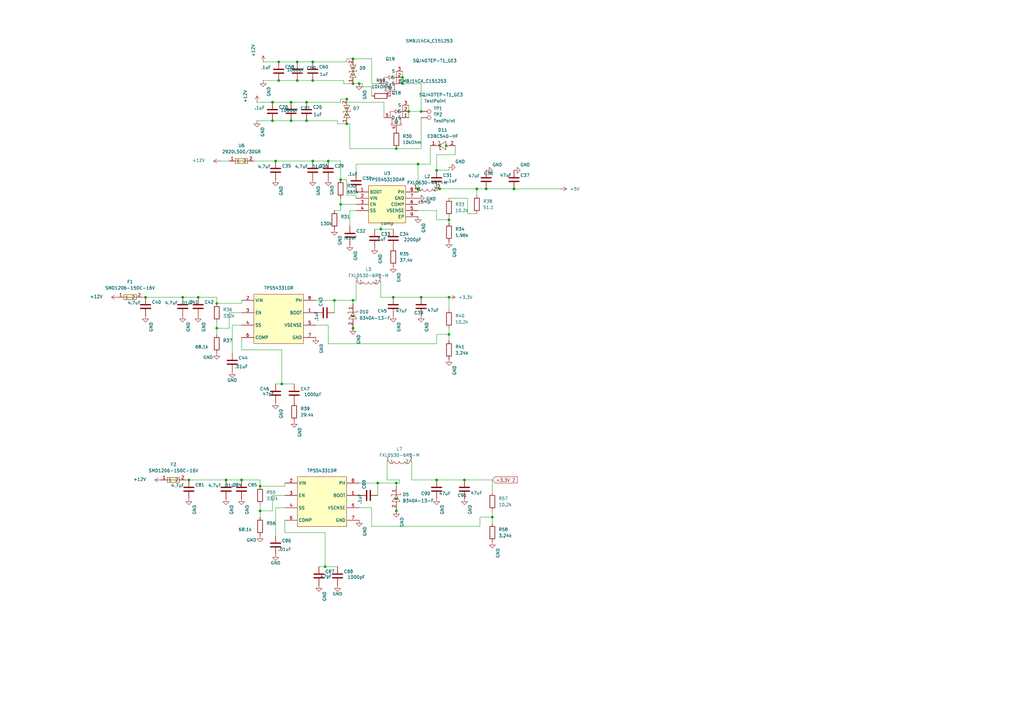
<source format=kicad_sch>
(kicad_sch (version 20250114) (generator "eeschema") (generator_version "9.0")
  (paper "A3")
  (lib_symbols
    (symbol "Connector:TestPoint" (pin_numbers (hide yes)) (pin_names (offset 0.762) (hide yes))
      (property "Reference" "TP" (at 0 6.858 0))
      (property "Value" "TestPoint" (at 0 5.08 0))
      (symbol "TestPoint_1_1"
        (pin passive line (at 0 0 90) (length 2.54) (name "1") (number "1"))
      )
    )
    (symbol "Device:C" (pin_numbers (hide yes)) (pin_names (offset 0.254))
      (property "Reference" "C" (at 0.635 2.54 0))
      (property "Value" "C" (at 0.635 -2.54 0))
      (symbol "C_1_1"
        (pin passive line (at 0 3.81 270) (length 2.794) (name "~") (number "1"))
        (pin passive line (at 0 -3.81 90) (length 2.794) (name "~") (number "2"))
      )
    )
    (symbol "Device:R" (pin_numbers (hide yes)) (pin_names (offset 0))
      (property "Reference" "R" (at 2.032 0 90))
      (property "Value" "R" (at 0 0 90))
      (symbol "R_1_1"
        (pin passive line (at 0 3.81 270) (length 1.27) (name "~") (number "1"))
        (pin passive line (at 0 -3.81 90) (length 1.27) (name "~") (number "2"))
      )
    )
    (symbol "easyeda2kicad:2920L500_30GR"
      (property "Reference" "U" (at 0 5.08 0))
      (property "Value" "2920L500/30GR" (at 0 -5.08 0))
      (symbol "2920L500_30GR_0_1"
        (pin unspecified line (at -5.08 0 0) (length 2.54) (name "1") (number "1"))
        (pin unspecified line (at 5.08 0 180) (length 2.54) (name "2") (number "2"))
      )
    )
    (symbol "easyeda2kicad:B340A-13-F"
      (property "Reference" "D" (at 0 5.08 0))
      (property "Value" "B340A-13-F" (at 0 -5.08 0))
      (symbol "B340A-13-F_0_1"
        (pin unspecified line (at -5.08 0 0) (length 3.81) (name "K") (number "1"))
        (pin unspecified line (at 5.08 0 180) (length 3.81) (name "A") (number "2"))
      )
    )
    (symbol "easyeda2kicad:CDBC540-HF"
      (property "Reference" "D" (at 0 5.08 0))
      (property "Value" "CDBC540-HF" (at 0 -5.08 0))
      (symbol "CDBC540-HF_0_1"
        (pin unspecified line (at -6.35 0 0) (length 2.54) (name "K") (number "1"))
        (pin unspecified line (at 3.81 0 180) (length 2.54) (name "A") (number "2"))
      )
    )
    (symbol "easyeda2kicad:FXL0530-6R8-M"
      (property "Reference" "L" (at 0 5.08 0))
      (property "Value" "FXL0530-6R8-M" (at 0 -5.08 0))
      (symbol "FXL0530-6R8-M_0_1"
        (pin unspecified line (at -5.08 0 0) (length 0.762) (name "1") (number "1"))
        (pin unspecified line (at 5.08 0 180) (length 0.762) (name "2") (number "2"))
      )
    )
    (symbol "easyeda2kicad:FXL0630-4R7-M"
      (property "Reference" "L" (at 0 5.08 0))
      (property "Value" "FXL0630-4R7-M" (at 0 -5.08 0))
      (symbol "FXL0630-4R7-M_0_1"
        (pin unspecified line (at -5.08 0 0) (length 0.762) (name "1") (number "1"))
        (pin unspecified line (at 5.08 0 180) (length 0.762) (name "2") (number "2"))
      )
    )
    (symbol "easyeda2kicad:SMBJ14CA_C151253"
      (property "Reference" "D" (at 0 5.08 0))
      (property "Value" "SMBJ14CA_C151253" (at 0 -5.08 0))
      (symbol "SMBJ14CA_C151253_0_1"
        (pin unspecified line (at -5.08 0 0) (length 2.54) (name "K") (number "1"))
        (pin unspecified line (at 5.08 0 180) (length 2.54) (name "A") (number "2"))
      )
    )
    (symbol "easyeda2kicad:SMD1206-150C-16V"
      (property "Reference" "F" (at 0 5.08 0))
      (property "Value" "SMD1206-150C-16V" (at 0 -5.08 0))
      (symbol "SMD1206-150C-16V_0_1"
        (pin unspecified line (at -5.08 0 0) (length 2.54) (name "1") (number "1"))
        (pin unspecified line (at 5.08 0 180) (length 2.54) (name "2") (number "2"))
      )
    )
    (symbol "easyeda2kicad:SQJ407EP-T1_GE3"
      (property "Reference" "Q" (at 0 10.16 0))
      (property "Value" "SQJ407EP-T1_GE3" (at 0 -10.16 0))
      (symbol "SQJ407EP-T1_GE3_0_1"
        (pin unspecified line (at -5.08 0 0) (length 2.032) (name "G") (number "4"))
        (pin unspecified line (at 0 5.08 270) (length 2.54) (name "D") (number "5"))
        (pin unspecified line (at 0 -5.08 90) (length 2.54) (name "S") (number "1"))
        (pin unspecified line (at 2.54 -5.08 90) (length 2.54) (name "S") (number "2"))
        (pin unspecified line (at 5.08 -5.08 90) (length 2.54) (name "S") (number "3"))
      )
    )
    (symbol "easyeda2kicad:TPS54331DR"
      (property "Reference" "U" (at 0 12.7 0))
      (property "Value" "TPS54331DR" (at 0 -12.7 0))
      (symbol "TPS54331DR_0_1"
        (pin power_in line (at -15.24 7.62 0) (length 5.08) (name "VIN") (number "2"))
        (pin unspecified line (at -15.24 2.54 0) (length 5.08) (name "EN") (number "3"))
        (pin unspecified line (at -15.24 -2.54 0) (length 5.08) (name "SS") (number "4"))
        (pin unspecified line (at -15.24 -7.62 0) (length 5.08) (name "COMP") (number "6"))
        (pin power_in line (at 15.24 7.62 180) (length 5.08) (name "PH") (number "8"))
        (pin unspecified line (at 15.24 2.54 180) (length 5.08) (name "BOOT") (number "1"))
        (pin unspecified line (at 15.24 -2.54 180) (length 5.08) (name "VSENSE") (number "5"))
        (pin power_in line (at 15.24 -7.62 180) (length 5.08) (name "GND") (number "7"))
      )
    )
    (symbol "easyeda2kicad:TPS54531DDAR"
      (property "Reference" "U" (at 0 10.16 0))
      (property "Value" "TPS54531DDAR" (at 0 -10.16 0))
      (symbol "TPS54531DDAR_0_1"
        (pin unspecified line (at -12.7 5.08 0) (length 5.08) (name "BOOT") (number "1"))
        (pin unspecified line (at -12.7 2.54 0) (length 5.08) (name "VIN") (number "2"))
        (pin unspecified line (at -12.7 0 0) (length 5.08) (name "EN") (number "3"))
        (pin unspecified line (at -12.7 -2.54 0) (length 5.08) (name "SS") (number "4"))
        (pin unspecified line (at 12.7 5.08 180) (length 5.08) (name "PH") (number "8"))
        (pin unspecified line (at 12.7 2.54 180) (length 5.08) (name "GND") (number "7"))
        (pin unspecified line (at 12.7 0 180) (length 5.08) (name "COMP") (number "6"))
        (pin unspecified line (at 12.7 -2.54 180) (length 5.08) (name "VSENSE") (number "5"))
        (pin unspecified line (at 12.7 -5.08 180) (length 5.08) (name "EP") (number "9"))
      )
    )
    (symbol "power:+12V" (power) (pin_numbers (hide yes)) (pin_names (offset 0) (hide yes))
      (property "Value" "+12V" (at 0 3.556 0))
      (symbol "+12V_1_1"
        (pin power_in line (at 0 0 90) (length 0) (name "~") (number "1"))
      )
    )
    (symbol "power:+3.3V" (power) (pin_numbers (hide yes)) (pin_names (offset 0) (hide yes))
      (property "Value" "+3.3V" (at 0 3.556 0))
      (symbol "+3.3V_1_1"
        (pin power_in line (at 0 0 90) (length 0) (name "~") (number "1"))
      )
    )
    (symbol "power:+5V" (power) (pin_numbers (hide yes)) (pin_names (offset 0) (hide yes))
      (property "Value" "+5V" (at 0 3.556 0))
      (symbol "+5V_1_1"
        (pin power_in line (at 0 0 90) (length 0) (name "~") (number "1"))
      )
    )
    (symbol "power:GND" (power) (pin_numbers (hide yes)) (pin_names (offset 0) (hide yes))
      (property "Value" "GND" (at 0 -3.81 0))
      (symbol "GND_1_1"
        (pin power_in line (at 0 0 270) (length 0) (name "~") (number "1"))
      )
    )
  )
  (junction (at 162.56 60.96))
  (junction (at 184.15 121.92))
  (junction (at 139.7 83.82))
  (junction (at 144.78 123.19))
  (junction (at 99.06 196.85))
  (junction (at 114.3 25.4))
  (junction (at 179.07 196.85))
  (junction (at 201.93 212.09))
  (junction (at 114.3 33.02))
  (junction (at 154.94 198.12))
  (junction (at 184.15 90.17))
  (junction (at 165.1 31.75))
  (junction (at 184.15 137.16))
  (junction (at 139.7 73.66))
  (junction (at 92.71 196.85))
  (junction (at 172.72 45.72))
  (junction (at 125.73 41.91))
  (junction (at 88.9 124.46))
  (junction (at 133.35 232.41))
  (junction (at 199.39 77.47))
  (junction (at 144.78 134.62))
  (junction (at 115.57 157.48))
  (junction (at 162.56 209.55))
  (junction (at 134.62 66.04))
  (junction (at 162.56 198.12))
  (junction (at 142.24 40.64))
  (junction (at 167.64 45.72))
  (junction (at 144.78 34.29))
  (junction (at 179.07 69.85))
  (junction (at 165.1 34.29))
  (junction (at 119.38 41.91))
  (junction (at 125.73 49.53))
  (junction (at 113.03 66.04))
  (junction (at 171.45 67.31))
  (junction (at 121.92 25.4))
  (junction (at 190.5 196.85))
  (junction (at 111.76 49.53))
  (junction (at 88.9 134.62))
  (junction (at 137.16 123.19))
  (junction (at 119.38 49.53))
  (junction (at 142.24 50.8))
  (junction (at 156.21 93.98))
  (junction (at 81.28 121.92))
  (junction (at 171.45 77.47))
  (junction (at 128.27 33.02))
  (junction (at 59.69 121.92))
  (junction (at 180.34 77.47))
  (junction (at 77.47 196.85))
  (junction (at 106.68 209.55))
  (junction (at 210.82 77.47))
  (junction (at 74.93 121.92))
  (junction (at 195.58 77.47))
  (junction (at 121.92 33.02))
  (junction (at 144.78 24.13))
  (junction (at 106.68 199.39))
  (junction (at 111.76 41.91))
  (junction (at 161.29 121.92))
  (junction (at 128.27 66.04))
  (junction (at 128.27 25.4))
  (junction (at 147.32 34.29))
  (junction (at 172.72 121.92))
  (wire (pts (xy 170.18 77.47) (xy 171.45 77.47)))
  (wire (pts (xy 143.51 50.8) (xy 142.24 50.8)))
  (wire (pts (xy 143.51 60.96) (xy 143.51 50.8)))
  (wire (pts (xy 106.68 199.39) (xy 116.84 199.39)))
  (wire (pts (xy 147.32 208.28) (xy 152.4 208.28)))
  (wire (pts (xy 144.78 135.89) (xy 144.78 134.62)))
  (wire (pts (xy 125.73 49.53) (xy 138.43 49.53)))
  (wire (pts (xy 146.05 80.01) (xy 142.24 80.01)))
  (wire (pts (xy 130.81 232.41) (xy 133.35 232.41)))
  (wire (pts (xy 142.24 24.13) (xy 144.78 24.13)))
  (wire (pts (xy 184.15 134.62) (xy 184.15 137.16)))
  (wire (pts (xy 88.9 134.62) (xy 88.9 137.16)))
  (wire (pts (xy 107.95 25.4) (xy 114.3 25.4)))
  (wire (pts (xy 113.03 208.28) (xy 116.84 208.28)))
  (wire (pts (xy 93.98 66.04) (xy 90.17 66.04)))
  (wire (pts (xy 157.48 48.26) (xy 157.48 41.91)))
  (wire (pts (xy 139.7 86.36) (xy 137.16 86.36)))
  (wire (pts (xy 77.47 196.85) (xy 92.71 196.85)))
  (wire (pts (xy 201.93 196.85) (xy 190.5 196.85)))
  (wire (pts (xy 139.7 40.64) (xy 142.24 40.64)))
  (wire (pts (xy 99.06 124.46) (xy 99.06 123.19)))
  (wire (pts (xy 184.15 137.16) (xy 184.15 139.7)))
  (wire (pts (xy 99.06 196.85) (xy 106.68 196.85)))
  (wire (pts (xy 179.07 77.47) (xy 180.34 77.47)))
  (wire (pts (xy 140.97 33.02) (xy 140.97 34.29)))
  (wire (pts (xy 142.24 73.66) (xy 142.24 80.01)))
  (wire (pts (xy 139.7 83.82) (xy 139.7 86.36)))
  (wire (pts (xy 179.07 137.16) (xy 184.15 137.16)))
  (wire (pts (xy 162.56 210.82) (xy 162.56 209.55)))
  (wire (pts (xy 128.27 66.04) (xy 134.62 66.04)))
  (wire (pts (xy 74.93 121.92) (xy 81.28 121.92)))
  (wire (pts (xy 121.92 25.4) (xy 128.27 25.4)))
  (wire (pts (xy 58.42 121.92) (xy 59.69 121.92)))
  (wire (pts (xy 152.4 35.56) (xy 148.59 35.56)))
  (wire (pts (xy 171.45 86.36) (xy 179.07 86.36)))
  (wire (pts (xy 113.03 208.28) (xy 113.03 219.71)))
  (wire (pts (xy 128.27 25.4) (xy 142.24 25.4)))
  (wire (pts (xy 144.78 34.29) (xy 147.32 34.29)))
  (wire (pts (xy 133.35 218.44) (xy 116.84 218.44)))
  (wire (pts (xy 143.51 92.71) (xy 143.51 86.36)))
  (wire (pts (xy 143.51 86.36) (xy 146.05 86.36)))
  (wire (pts (xy 111.76 209.55) (xy 111.76 203.2)))
  (wire (pts (xy 105.41 49.53) (xy 111.76 49.53)))
  (wire (pts (xy 134.62 133.35) (xy 134.62 140.97)))
  (wire (pts (xy 165.1 29.21) (xy 165.1 31.75)))
  (wire (pts (xy 158.75 189.23) (xy 158.75 196.85)))
  (wire (pts (xy 116.84 218.44) (xy 116.84 213.36)))
  (wire (pts (xy 210.82 77.47) (xy 229.87 77.47)))
  (wire (pts (xy 99.06 143.51) (xy 99.06 138.43)))
  (wire (pts (xy 111.76 49.53) (xy 119.38 49.53)))
  (wire (pts (xy 133.35 232.41) (xy 138.43 232.41)))
  (wire (pts (xy 106.68 196.85) (xy 106.68 199.39)))
  (wire (pts (xy 105.41 41.91) (xy 111.76 41.91)))
  (wire (pts (xy 154.94 34.29) (xy 152.4 34.29)))
  (wire (pts (xy 59.69 121.92) (xy 74.93 121.92)))
  (wire (pts (xy 142.24 25.4) (xy 142.24 24.13)))
  (wire (pts (xy 142.24 41.91) (xy 157.48 41.91)))
  (wire (pts (xy 95.25 133.35) (xy 95.25 144.78)))
  (wire (pts (xy 168.91 189.23) (xy 168.91 196.85)))
  (wire (pts (xy 139.7 66.04) (xy 139.7 73.66)))
  (wire (pts (xy 179.07 140.97) (xy 179.07 137.16)))
  (wire (pts (xy 162.56 60.96) (xy 143.51 60.96)))
  (wire (pts (xy 113.03 157.48) (xy 115.57 157.48)))
  (wire (pts (xy 156.21 93.98) (xy 161.29 93.98)))
  (wire (pts (xy 180.34 77.47) (xy 195.58 77.47)))
  (wire (pts (xy 165.1 31.75) (xy 165.1 34.29)))
  (wire (pts (xy 176.53 59.69) (xy 176.53 67.31)))
  (wire (pts (xy 129.54 123.19) (xy 137.16 123.19)))
  (wire (pts (xy 162.56 198.12) (xy 162.56 199.39)))
  (wire (pts (xy 171.45 77.47) (xy 171.45 78.74)))
  (wire (pts (xy 111.76 203.2) (xy 116.84 203.2)))
  (wire (pts (xy 152.4 24.13) (xy 144.78 24.13)))
  (wire (pts (xy 88.9 124.46) (xy 99.06 124.46)))
  (wire (pts (xy 148.59 35.56) (xy 148.59 34.29)))
  (wire (pts (xy 152.4 39.37) (xy 152.4 35.56)))
  (wire (pts (xy 161.29 121.92) (xy 172.72 121.92)))
  (wire (pts (xy 137.16 123.19) (xy 144.78 123.19)))
  (wire (pts (xy 140.97 34.29) (xy 144.78 34.29)))
  (wire (pts (xy 148.59 34.29) (xy 147.32 34.29)))
  (wire (pts (xy 172.72 45.72) (xy 172.72 34.29)))
  (wire (pts (xy 179.07 86.36) (xy 179.07 90.17)))
  (wire (pts (xy 93.98 128.27) (xy 99.06 128.27)))
  (wire (pts (xy 191.77 81.28) (xy 191.77 87.63)))
  (wire (pts (xy 106.68 209.55) (xy 111.76 209.55)))
  (wire (pts (xy 168.91 196.85) (xy 179.07 196.85)))
  (wire (pts (xy 201.93 212.09) (xy 201.93 214.63)))
  (wire (pts (xy 201.93 209.55) (xy 201.93 212.09)))
  (wire (pts (xy 144.78 123.19) (xy 144.78 124.46)))
  (wire (pts (xy 129.54 133.35) (xy 134.62 133.35)))
  (wire (pts (xy 106.68 209.55) (xy 106.68 212.09)))
  (wire (pts (xy 179.07 196.85) (xy 190.5 196.85)))
  (wire (pts (xy 154.94 198.12) (xy 154.94 203.2)))
  (wire (pts (xy 184.15 88.9) (xy 184.15 90.17)))
  (wire (pts (xy 179.07 90.17) (xy 184.15 90.17)))
  (wire (pts (xy 146.05 115.57) (xy 146.05 123.19)))
  (wire (pts (xy 184.15 69.85) (xy 179.07 69.85)))
  (wire (pts (xy 116.84 199.39) (xy 116.84 198.12)))
  (wire (pts (xy 154.94 198.12) (xy 162.56 198.12)))
  (wire (pts (xy 152.4 215.9) (xy 196.85 215.9)))
  (wire (pts (xy 142.24 41.91) (xy 142.24 40.64)))
  (wire (pts (xy 81.28 121.92) (xy 88.9 121.92)))
  (wire (pts (xy 134.62 140.97) (xy 179.07 140.97)))
  (wire (pts (xy 152.4 34.29) (xy 152.4 24.13)))
  (wire (pts (xy 107.95 33.02) (xy 114.3 33.02)))
  (wire (pts (xy 179.07 63.5) (xy 179.07 69.85)))
  (wire (pts (xy 146.05 67.31) (xy 171.45 67.31)))
  (wire (pts (xy 111.76 41.91) (xy 119.38 41.91)))
  (wire (pts (xy 184.15 81.28) (xy 191.77 81.28)))
  (wire (pts (xy 196.85 215.9) (xy 196.85 212.09)))
  (wire (pts (xy 115.57 157.48) (xy 120.65 157.48)))
  (wire (pts (xy 172.72 34.29) (xy 165.1 34.29)))
  (wire (pts (xy 92.71 196.85) (xy 99.06 196.85)))
  (wire (pts (xy 133.35 218.44) (xy 133.35 232.41)))
  (wire (pts (xy 184.15 90.17) (xy 184.15 91.44)))
  (wire (pts (xy 104.14 66.04) (xy 113.03 66.04)))
  (wire (pts (xy 171.45 67.31) (xy 171.45 77.47)))
  (wire (pts (xy 196.85 212.09) (xy 201.93 212.09)))
  (wire (pts (xy 138.43 49.53) (xy 138.43 50.8)))
  (wire (pts (xy 167.64 43.18) (xy 167.64 45.72)))
  (wire (pts (xy 147.32 198.12) (xy 154.94 198.12)))
  (wire (pts (xy 121.92 33.02) (xy 128.27 33.02)))
  (wire (pts (xy 114.3 33.02) (xy 121.92 33.02)))
  (wire (pts (xy 113.03 66.04) (xy 128.27 66.04)))
  (wire (pts (xy 88.9 132.08) (xy 88.9 134.62)))
  (wire (pts (xy 172.72 48.26) (xy 172.72 60.96)))
  (wire (pts (xy 146.05 71.12) (xy 146.05 67.31)))
  (wire (pts (xy 115.57 143.51) (xy 115.57 157.48)))
  (wire (pts (xy 186.69 59.69) (xy 186.69 63.5)))
  (wire (pts (xy 139.7 41.91) (xy 139.7 40.64)))
  (wire (pts (xy 144.78 123.19) (xy 146.05 123.19)))
  (wire (pts (xy 134.62 66.04) (xy 139.7 66.04)))
  (wire (pts (xy 186.69 63.5) (xy 179.07 63.5)))
  (wire (pts (xy 195.58 77.47) (xy 195.58 80.01)))
  (wire (pts (xy 146.05 81.28) (xy 146.05 80.01)))
  (wire (pts (xy 184.15 121.92) (xy 184.15 127)))
  (wire (pts (xy 158.75 196.85) (xy 163.83 196.85)))
  (wire (pts (xy 195.58 77.47) (xy 199.39 77.47)))
  (wire (pts (xy 142.24 73.66) (xy 139.7 73.66)))
  (wire (pts (xy 137.16 123.19) (xy 137.16 128.27)))
  (wire (pts (xy 184.15 121.92) (xy 172.72 121.92)))
  (wire (pts (xy 119.38 49.53) (xy 125.73 49.53)))
  (wire (pts (xy 119.38 41.91) (xy 125.73 41.91)))
  (wire (pts (xy 191.77 87.63) (xy 195.58 87.63)))
  (wire (pts (xy 88.9 121.92) (xy 88.9 124.46)))
  (wire (pts (xy 93.98 134.62) (xy 93.98 128.27)))
  (wire (pts (xy 172.72 60.96) (xy 162.56 60.96)))
  (wire (pts (xy 156.21 92.71) (xy 156.21 93.98)))
  (wire (pts (xy 163.83 198.12) (xy 163.83 196.85)))
  (wire (pts (xy 128.27 33.02) (xy 140.97 33.02)))
  (wire (pts (xy 153.67 93.98) (xy 156.21 93.98)))
  (wire (pts (xy 162.56 198.12) (xy 163.83 198.12)))
  (wire (pts (xy 115.57 143.51) (xy 99.06 143.51)))
  (wire (pts (xy 76.2 196.85) (xy 77.47 196.85)))
  (wire (pts (xy 201.93 196.85) (xy 201.93 201.93)))
  (wire (pts (xy 106.68 207.01) (xy 106.68 209.55)))
  (wire (pts (xy 95.25 133.35) (xy 99.06 133.35)))
  (wire (pts (xy 167.64 45.72) (xy 167.64 48.26)))
  (wire (pts (xy 88.9 134.62) (xy 93.98 134.62)))
  (wire (pts (xy 184.15 68.58) (xy 184.15 69.85)))
  (wire (pts (xy 139.7 83.82) (xy 146.05 83.82)))
  (wire (pts (xy 176.53 67.31) (xy 171.45 67.31)))
  (wire (pts (xy 210.82 77.47) (xy 199.39 77.47)))
  (wire (pts (xy 114.3 25.4) (xy 121.92 25.4)))
  (wire (pts (xy 138.43 50.8) (xy 142.24 50.8)))
  (wire (pts (xy 156.21 115.57) (xy 156.21 121.92)))
  (wire (pts (xy 152.4 208.28) (xy 152.4 215.9)))
  (wire (pts (xy 125.73 41.91) (xy 139.7 41.91)))
  (wire (pts (xy 167.64 45.72) (xy 172.72 45.72)))
  (wire (pts (xy 156.21 121.92) (xy 161.29 121.92)))
  (wire (pts (xy 139.7 81.28) (xy 139.7 83.82)))
  (label "comp" (at 171.45 83.82 0))
  (label "comp" (at 156.21 92.71 0))
  (global_label "+3.3V 2" (shape input) (at 201.93 196.85 0) (property "Intersheetrefs" "${INTERSHEET_REFS}" (effects (hide yes))))
  (symbol (lib_id "power:GND") (at 147.32 213.36 0) (unit 1)
    (property "Reference" "#PWR0233" (effects (hide yes)))
    (property "Value" "GND" (at 149.606 217.932 90))
    (property "Description" "Power symbol creates a global label with name \"GND\" , ground" (effects (hide yes)))
  )
  (symbol (lib_id "Device:C") (at 119.38 45.72 0) (unit 1)
    (property "Reference" "C27" (at 123.19 44.4499 0) (effects (justify left)))
    (property "Value" "1000Uf" (at 115.062 45.212 0) (effects (justify left)))
    (property "Footprint" "Capacitor_SMD:CP_Elec_10x10.5" (effects (hide yes)))
    (property "Description" "Unpolarized capacitor" (effects (hide yes)))
  )
  (symbol (lib_id "Device:R") (at 137.16 90.17 0) (unit 1)
    (property "Reference" "R31" (at 139.7 88.8999 0) (effects (justify left)))
    (property "Value" "130k" (at 131.318 91.694 0) (effects (justify left)))
    (property "Footprint" "Resistor_SMD:R_0603_1608Metric" (effects (hide yes)))
    (property "Description" "Resistor" (effects (hide yes)))
  )
  (symbol (lib_id "power:GND") (at 144.78 134.62 0) (unit 1)
    (property "Reference" "#PWR088" (effects (hide yes)))
    (property "Value" "GND" (at 147.066 139.192 90))
    (property "Description" "Power symbol creates a global label with name \"GND\" , ground" (effects (hide yes)))
  )
  (symbol (lib_id "Device:C") (at 190.5 200.66 180) (unit 1)
    (property "Reference" "C91" (at 191.516 203.2 0) (effects (justify left)))
    (property "Value" "47uF" (at 197.866 202.184 0) (effects (justify left)))
    (property "Footprint" "Capacitor_SMD:C_1210_3225Metric" (effects (hide yes)))
    (property "Description" "Unpolarized capacitor" (effects (hide yes)))
  )
  (symbol (lib_id "Device:R") (at 88.9 128.27 0) (unit 1)
    (property "Reference" "R36" (at 91.44 126.9999 0) (effects (justify left)))
    (property "Value" "332k" (at 91.44 129.5399 0) (effects (justify left)))
    (property "Footprint" "Resistor_SMD:R_0603_1608Metric" (effects (hide yes)))
    (property "Description" "Resistor" (effects (hide yes)))
  )
  (symbol (lib_id "Device:C") (at 179.07 200.66 180) (unit 1)
    (property "Reference" "C90" (at 176.53 202.438 0) (effects (justify left)))
    (property "Value" "47uF" (at 184.912 202.438 0) (effects (justify left)))
    (property "Footprint" "Capacitor_SMD:C_1210_3225Metric" (effects (hide yes)))
    (property "Description" "Unpolarized capacitor" (effects (hide yes)))
  )
  (symbol (lib_id "Device:R") (at 156.21 39.37 270) (unit 1)
    (property "Reference" "R48" (at 156.21 33.02 90))
    (property "Value" "10kOhm" (at 156.21 35.56 90))
    (property "Footprint" "Resistor_SMD:R_0603_1608Metric" (effects (hide yes)))
    (property "Description" "Resistor" (effects (hide yes)))
  )
  (symbol (lib_id "Device:C") (at 161.29 97.79 0) (unit 1)
    (property "Reference" "C34" (at 163.83 96.012 0) (effects (justify left)))
    (property "Value" "2200pF" (at 165.608 98.298 0) (effects (justify left)))
    (property "Footprint" "Capacitor_SMD:C_0603_1608Metric" (effects (hide yes)))
    (property "Description" "Unpolarized capacitor" (effects (hide yes)))
  )
  (symbol (lib_id "power:GND") (at 130.81 240.03 0) (unit 1)
    (property "Reference" "#PWR0232" (effects (hide yes)))
    (property "Value" "GND" (at 133.096 244.602 90))
    (property "Description" "Power symbol creates a global label with name \"GND\" , ground" (effects (hide yes)))
  )
  (symbol (lib_id "power:GND") (at 88.9 144.78 0) (unit 1)
    (property "Reference" "#PWR093" (effects (hide yes)))
    (property "Value" "GND" (at 85.344 146.558 0))
    (property "Description" "Power symbol creates a global label with name \"GND\" , ground" (effects (hide yes)))
  )
  (symbol (lib_id "easyeda2kicad:SMBJ14CA_C151253") (at 144.78 29.21 90) (unit 1)
    (property "Reference" "D9" (at 147.32 27.9399 90) (effects (justify right)))
    (property "Value" "SMBJ14CA_C151253" (at 166.37 16.764 90) (effects (justify right)))
    (property "Footprint" "easyeda2kicad:SMB_L4.6-W3.6-LS5.3-BI" (effects (hide yes)))
    (property "Datasheet" "https://lcsc.com/product-detail/TVS_Littelfuse_SMBJ14CA_SMBJ14CA_C151253.html" (effects (hide yes)))
    (property "LCSC Part" "C151253" (effects (hide yes)))
  )
  (symbol (lib_id "Device:C") (at 199.39 73.66 0) (unit 1)
    (property "Reference" "C38" (at 198.374 71.12 0) (effects (justify left)))
    (property "Value" "47uF" (at 192.024 72.136 0) (effects (justify left)))
    (property "Footprint" "Capacitor_SMD:C_1210_3225Metric" (effects (hide yes)))
    (property "Description" "Unpolarized capacitor" (effects (hide yes)))
  )
  (symbol (lib_id "power:GND") (at 95.25 152.4 0) (unit 1)
    (property "Reference" "#PWR095" (effects (hide yes)))
    (property "Value" "GND" (at 95.25 155.956 0))
    (property "Description" "Power symbol creates a global label with name \"GND\" , ground" (effects (hide yes)))
  )
  (symbol (lib_id "power:+5V") (at 229.87 77.47 270) (unit 1)
    (property "Reference" "#PWR076" (effects (hide yes)))
    (property "Value" "+5V" (at 233.68 77.4699 90) (effects (justify left)))
    (property "Description" "Power symbol creates a global label with name \"+5V\"" (effects (hide yes)))
  )
  (symbol (lib_id "Device:R") (at 106.68 203.2 0) (unit 1)
    (property "Reference" "R55" (at 109.22 201.9299 0) (effects (justify left)))
    (property "Value" "332k" (at 109.22 204.4699 0) (effects (justify left)))
    (property "Footprint" "Resistor_SMD:R_0603_1608Metric" (effects (hide yes)))
    (property "Description" "Resistor" (effects (hide yes)))
  )
  (symbol (lib_id "power:+12V") (at 105.41 41.91 0) (unit 1)
    (property "Reference" "#PWR073" (effects (hide yes)))
    (property "Value" "+12V" (at 100.584 42.164 90) (effects (justify left)))
    (property "Description" "Power symbol creates a global label with name \"+12V\"" (effects (hide yes)))
  )
  (symbol (lib_id "power:GND") (at 113.03 227.33 0) (unit 1)
    (property "Reference" "#PWR0231" (effects (hide yes)))
    (property "Value" "GND" (at 113.03 230.886 0))
    (property "Description" "Power symbol creates a global label with name \"GND\" , ground" (effects (hide yes)))
  )
  (symbol (lib_id "Device:C") (at 128.27 69.85 0) (unit 1)
    (property "Reference" "C36" (at 130.81 68.072 0) (effects (justify left)))
    (property "Value" "4.7uF" (at 120.904 68.326 0) (effects (justify left)))
    (property "Footprint" "Capacitor_SMD:C_0603_1608Metric" (effects (hide yes)))
    (property "Description" "Unpolarized capacitor" (effects (hide yes)))
  )
  (symbol (lib_id "Device:C") (at 143.51 96.52 0) (unit 1)
    (property "Reference" "C32" (at 146.05 94.742 0) (effects (justify left)))
    (property "Value" ".01uF" (at 140.97 97.536 0) (effects (justify left)))
    (property "Footprint" "Capacitor_SMD:C_0603_1608Metric" (effects (hide yes)))
    (property "Description" "Unpolarized capacitor" (effects (hide yes)))
  )
  (symbol (lib_id "Connector:TestPoint") (at 172.72 48.26 270) (unit 1)
    (property "Reference" "TP2" (at 177.8 46.9899 90) (effects (justify left)))
    (property "Value" "TestPoint" (at 177.8 49.5299 90) (effects (justify left)))
    (property "Footprint" "Library:Power_pad_3mm_drill" (effects (hide yes)))
    (property "Description" "test point" (effects (hide yes)))
  )
  (symbol (lib_id "Device:R") (at 184.15 130.81 0) (unit 1)
    (property "Reference" "R40" (at 186.69 129.5399 0) (effects (justify left)))
    (property "Value" "10.2k" (at 186.69 132.0799 0) (effects (justify left)))
    (property "Footprint" "Resistor_SMD:R_0603_1608Metric" (effects (hide yes)))
    (property "Description" "Resistor" (effects (hide yes)))
  )
  (symbol (lib_id "Device:C") (at 120.65 161.29 0) (unit 1)
    (property "Reference" "C47" (at 123.19 159.512 0) (effects (justify left)))
    (property "Value" "1000pF" (at 124.714 161.798 0) (effects (justify left)))
    (property "Footprint" "Capacitor_SMD:C_0603_1608Metric" (effects (hide yes)))
    (property "Description" "Unpolarized capacitor" (effects (hide yes)))
  )
  (symbol (lib_id "Device:C") (at 161.29 125.73 180) (unit 1)
    (property "Reference" "C45" (at 158.75 127.508 0) (effects (justify left)))
    (property "Value" "47uF" (at 167.132 127.508 0) (effects (justify left)))
    (property "Footprint" "Capacitor_SMD:C_1210_3225Metric" (effects (hide yes)))
    (property "Description" "Unpolarized capacitor" (effects (hide yes)))
  )
  (symbol (lib_id "easyeda2kicad:FXL0530-6R8-M") (at 163.83 189.23 0) (unit 1)
    (property "Reference" "L7" (at 163.83 184.15 0))
    (property "Value" "FXL0530-6R8-M" (at 163.83 186.69 0))
    (property "Footprint" "easyeda2kicad:IND-SMD_L5.4-W5.2_FXL0530" (effects (hide yes)))
    (property "Datasheet" "https://lcsc.com/product-detail/Others_6-8uH-20_C177249.html" (effects (hide yes)))
    (property "LCSC Part" "C177249" (effects (hide yes)))
  )
  (symbol (lib_id "Device:R") (at 184.15 95.25 0) (unit 1)
    (property "Reference" "R34" (at 186.69 93.9799 0) (effects (justify left)))
    (property "Value" "1.96k" (at 186.69 96.5199 0) (effects (justify left)))
    (property "Footprint" "Resistor_SMD:R_0603_1608Metric" (effects (hide yes)))
    (property "Description" "Resistor" (effects (hide yes)))
  )
  (symbol (lib_id "power:GND") (at 81.28 129.54 0) (unit 1)
    (property "Reference" "#PWR092" (effects (hide yes)))
    (property "Value" "GND" (at 83.566 134.112 90))
    (property "Description" "Power symbol creates a global label with name \"GND\" , ground" (effects (hide yes)))
  )
  (symbol (lib_id "easyeda2kicad:SMBJ14CA_C151253") (at 142.24 45.72 90) (unit 1)
    (property "Reference" "D7" (at 144.78 44.4499 90) (effects (justify right)))
    (property "Value" "SMBJ14CA_C151253" (at 163.83 33.274 90) (effects (justify right)))
    (property "Footprint" "easyeda2kicad:SMB_L4.6-W3.6-LS5.3-BI" (effects (hide yes)))
    (property "Datasheet" "https://lcsc.com/product-detail/TVS_Littelfuse_SMBJ14CA_SMBJ14CA_C151253.html" (effects (hide yes)))
    (property "LCSC Part" "C151253" (effects (hide yes)))
  )
  (symbol (lib_id "power:GND") (at 184.15 147.32 0) (unit 1)
    (property "Reference" "#PWR0101" (effects (hide yes)))
    (property "Value" "GND" (at 186.436 151.892 90))
    (property "Description" "Power symbol creates a global label with name \"GND\" , ground" (effects (hide yes)))
  )
  (symbol (lib_id "Device:C") (at 92.71 200.66 0) (unit 1)
    (property "Reference" "C84" (at 95.25 198.882 0) (effects (justify left)))
    (property "Value" "4.7uF" (at 85.344 199.136 0) (effects (justify left)))
    (property "Footprint" "Capacitor_SMD:C_0603_1608Metric" (effects (hide yes)))
    (property "Description" "Unpolarized capacitor" (effects (hide yes)))
  )
  (symbol (lib_id "Connector:TestPoint") (at 172.72 45.72 270) (unit 1)
    (property "Reference" "TP1" (at 177.8 44.4499 90) (effects (justify left)))
    (property "Value" "TestPoint" (at 173.99 41.402 90) (effects (justify left)))
    (property "Footprint" "Library:Power_pad_3mm_drill" (effects (hide yes)))
    (property "Description" "test point" (effects (hide yes)))
  )
  (symbol (lib_id "Device:C") (at 113.03 161.29 0) (mirror y) (unit 1)
    (property "Reference" "C46" (at 110.49 159.512 0) (effects (justify left)))
    (property "Value" "47pF" (at 112.522 161.544 0) (effects (justify left)))
    (property "Footprint" "Capacitor_SMD:C_0603_1608Metric" (effects (hide yes)))
    (property "Description" "Unpolarized capacitor" (effects (hide yes)))
  )
  (symbol (lib_id "power:GND") (at 120.65 172.72 0) (unit 1)
    (property "Reference" "#PWR0100" (effects (hide yes)))
    (property "Value" "GND" (at 122.936 177.292 90))
    (property "Description" "Power symbol creates a global label with name \"GND\" , ground" (effects (hide yes)))
  )
  (symbol (lib_id "power:GND") (at 77.47 204.47 0) (unit 1)
    (property "Reference" "#PWR0227" (effects (hide yes)))
    (property "Value" "GND" (at 79.756 209.042 90))
    (property "Description" "Power symbol creates a global label with name \"GND\" , ground" (effects (hide yes)))
  )
  (symbol (lib_id "power:GND") (at 171.45 81.28 90) (unit 1)
    (property "Reference" "#PWR077" (effects (hide yes)))
    (property "Value" "GND" (at 176.784 81.534 90))
    (property "Description" "Power symbol creates a global label with name \"GND\" , ground" (effects (hide yes)))
  )
  (symbol (lib_id "power:GND") (at 106.68 219.71 0) (unit 1)
    (property "Reference" "#PWR0230" (effects (hide yes)))
    (property "Value" "GND" (at 103.124 221.488 0))
    (property "Description" "Power symbol creates a global label with name \"GND\" , ground" (effects (hide yes)))
  )
  (symbol (lib_id "power:GND") (at 172.72 129.54 0) (unit 1)
    (property "Reference" "#PWR096" (effects (hide yes)))
    (property "Value" "GND" (at 175.006 134.112 90))
    (property "Description" "Power symbol creates a global label with name \"GND\" , ground" (effects (hide yes)))
  )
  (symbol (lib_id "power:GND") (at 74.93 129.54 0) (unit 1)
    (property "Reference" "#PWR091" (effects (hide yes)))
    (property "Value" "GND" (at 77.216 134.112 90))
    (property "Description" "Power symbol creates a global label with name \"GND\" , ground" (effects (hide yes)))
  )
  (symbol (lib_id "Device:R") (at 120.65 168.91 0) (unit 1)
    (property "Reference" "R39" (at 123.19 167.6399 0) (effects (justify left)))
    (property "Value" "29.4k" (at 123.19 170.1799 0) (effects (justify left)))
    (property "Footprint" "Resistor_SMD:R_0603_1608Metric" (effects (hide yes)))
    (property "Description" "Resistor" (effects (hide yes)))
  )
  (symbol (lib_id "Device:C") (at 146.05 74.93 0) (unit 1)
    (property "Reference" "C30" (at 148.59 73.152 0) (effects (justify left)))
    (property "Value" ".1uF" (at 142.494 71.374 0) (effects (justify left)))
    (property "Footprint" "Capacitor_SMD:C_0603_1608Metric" (effects (hide yes)))
    (property "Description" "Unpolarized capacitor" (effects (hide yes)))
  )
  (symbol (lib_id "Device:C") (at 138.43 236.22 0) (unit 1)
    (property "Reference" "C88" (at 140.97 234.442 0) (effects (justify left)))
    (property "Value" "1000pF" (at 142.494 236.728 0) (effects (justify left)))
    (property "Footprint" "Capacitor_SMD:C_0603_1608Metric" (effects (hide yes)))
    (property "Description" "Unpolarized capacitor" (effects (hide yes)))
  )
  (symbol (lib_id "easyeda2kicad:FXL0530-6R8-M") (at 151.13 115.57 0) (unit 1)
    (property "Reference" "L3" (at 151.13 110.49 0))
    (property "Value" "FXL0530-6R8-M" (at 151.13 113.03 0))
    (property "Footprint" "easyeda2kicad:IND-SMD_L5.4-W5.2_FXL0530" (effects (hide yes)))
    (property "Datasheet" "https://lcsc.com/product-detail/Others_6-8uH-20_C177249.html" (effects (hide yes)))
    (property "LCSC Part" "C177249" (effects (hide yes)))
  )
  (symbol (lib_id "power:GND") (at 147.32 34.29 0) (unit 1)
    (property "Reference" "#PWR0191" (effects (hide yes)))
    (property "Value" "GND" (at 149.606 38.862 90))
    (property "Description" "Power symbol creates a global label with name \"GND\" , ground" (effects (hide yes)))
  )
  (symbol (lib_id "Device:R") (at 139.7 77.47 0) (unit 1)
    (property "Reference" "R32" (at 142.24 76.1999 0) (effects (justify left)))
    (property "Value" "665k" (at 142.24 78.7399 0) (effects (justify left)))
    (property "Footprint" "Resistor_SMD:R_0603_1608Metric" (effects (hide yes)))
    (property "Description" "Resistor" (effects (hide yes)))
  )
  (symbol (lib_id "power:GND") (at 92.71 204.47 0) (unit 1)
    (property "Reference" "#PWR0228" (effects (hide yes)))
    (property "Value" "GND" (at 94.996 209.042 90))
    (property "Description" "Power symbol creates a global label with name \"GND\" , ground" (effects (hide yes)))
  )
  (symbol (lib_id "easyeda2kicad:B340A-13-F") (at 144.78 129.54 270) (unit 1)
    (property "Reference" "D10" (at 147.32 127.8899 90) (effects (justify left)))
    (property "Value" "B340A-13-F" (at 147.32 130.4299 90) (effects (justify left)))
    (property "Footprint" "easyeda2kicad:SMA_L4.4-W2.6-LS5.0-RD" (effects (hide yes)))
    (property "Datasheet" "https://lcsc.com/product-detail/Schottky-Barrier-Diodes-SBD_DIODES_B340A-13-F_B340A-13-F_C85098.html" (effects (hide yes)))
    (property "LCSC Part" "C85098" (effects (hide yes)))
  )
  (symbol (lib_id "easyeda2kicad:TPS54331DR") (at 132.08 205.74 0) (unit 1)
    (property "Reference" "U8" (effects (hide yes)))
    (property "Value" "TPS54331DR" (at 132.08 193.04 0))
    (property "Footprint" "easyeda2kicad:SOIC-8_L5.0-W4.0-P1.27-LS6.0-BL" (effects (hide yes)))
    (property "Datasheet" "https://lcsc.com/product-detail/DC-DC-Converters_TI_TPS54331DR_TPS54331DR_C9865.html" (effects (hide yes)))
    (property "LCSC Part" "C9865" (effects (hide yes)))
  )
  (symbol (lib_id "Device:C") (at 133.35 128.27 90) (unit 1)
    (property "Reference" "C43" (at 131.572 125.73 0) (effects (justify left)))
    (property "Value" ".1uF" (at 129.794 131.826 0) (effects (justify left)))
    (property "Footprint" "Capacitor_SMD:C_0603_1608Metric" (effects (hide yes)))
    (property "Description" "Unpolarized capacitor" (effects (hide yes)))
  )
  (symbol (lib_id "power:GND") (at 107.95 33.02 0) (unit 1)
    (property "Reference" "#PWR0190" (effects (hide yes)))
    (property "Value" "GND" (at 110.236 37.592 90))
    (property "Description" "Power symbol creates a global label with name \"GND\" , ground" (effects (hide yes)))
  )
  (symbol (lib_id "power:GND") (at 134.62 73.66 0) (unit 1)
    (property "Reference" "#PWR083" (effects (hide yes)))
    (property "Value" "GND" (at 136.144 77.978 90))
    (property "Description" "Power symbol creates a global label with name \"GND\" , ground" (effects (hide yes)))
  )
  (symbol (lib_id "power:GND") (at 113.03 165.1 0) (unit 1)
    (property "Reference" "#PWR099" (effects (hide yes)))
    (property "Value" "GND" (at 115.316 169.672 90))
    (property "Description" "Power symbol creates a global label with name \"GND\" , ground" (effects (hide yes)))
  )
  (symbol (lib_id "Device:C") (at 113.03 69.85 0) (unit 1)
    (property "Reference" "C35" (at 115.57 68.072 0) (effects (justify left)))
    (property "Value" "4.7uF" (at 105.664 68.326 0) (effects (justify left)))
    (property "Footprint" "Capacitor_SMD:C_0603_1608Metric" (effects (hide yes)))
    (property "Description" "Unpolarized capacitor" (effects (hide yes)))
  )
  (symbol (lib_id "power:GND") (at 128.27 73.66 0) (unit 1)
    (property "Reference" "#PWR082" (effects (hide yes)))
    (property "Value" "GND" (at 130.556 78.232 90))
    (property "Description" "Power symbol creates a global label with name \"GND\" , ground" (effects (hide yes)))
  )
  (symbol (lib_id "easyeda2kicad:TPS54531DDAR") (at 158.75 83.82 0) (unit 1)
    (property "Reference" "U3" (at 158.75 71.12 0))
    (property "Value" "TPS54531DDAR" (at 158.75 73.66 0))
    (property "Footprint" "easyeda2kicad:SOIC-8_L5.0-W4.0-P1.27-LS6.0-BL-EP2.0" (effects (hide yes)))
    (property "Datasheet" "https://lcsc.com/product-detail/DC-DC-Converters_TI_TPS54531DDAR_TPS54531DDAR_C50605.html" (effects (hide yes)))
    (property "LCSC Part" "C50605" (effects (hide yes)))
  )
  (symbol (lib_id "power:GND") (at 113.03 73.66 0) (unit 1)
    (property "Reference" "#PWR074" (effects (hide yes)))
    (property "Value" "GND" (at 115.316 78.232 90))
    (property "Description" "Power symbol creates a global label with name \"GND\" , ground" (effects (hide yes)))
  )
  (symbol (lib_id "power:GND") (at 199.39 69.85 90) (unit 1)
    (property "Reference" "#PWR086" (effects (hide yes)))
    (property "Value" "GND" (at 203.962 67.564 90))
    (property "Description" "Power symbol creates a global label with name \"GND\" , ground" (effects (hide yes)))
  )
  (symbol (lib_id "Device:C") (at 210.82 73.66 0) (unit 1)
    (property "Reference" "C37" (at 213.36 71.882 0) (effects (justify left)))
    (property "Value" "47uF" (at 204.978 71.882 0) (effects (justify left)))
    (property "Footprint" "Capacitor_SMD:C_1210_3225Metric" (effects (hide yes)))
    (property "Description" "Unpolarized capacitor" (effects (hide yes)))
  )
  (symbol (lib_id "Device:R") (at 184.15 143.51 0) (unit 1)
    (property "Reference" "R41" (at 186.69 142.2399 0) (effects (justify left)))
    (property "Value" "3.24k" (at 186.69 144.7799 0) (effects (justify left)))
    (property "Footprint" "Resistor_SMD:R_0603_1608Metric" (effects (hide yes)))
    (property "Description" "Resistor" (effects (hide yes)))
  )
  (symbol (lib_id "Device:C") (at 179.07 73.66 0) (unit 1)
    (property "Reference" "C31" (at 181.61 71.882 0) (effects (justify left)))
    (property "Value" ".1uF" (at 183.388 74.168 0) (effects (justify left)))
    (property "Footprint" "Capacitor_SMD:C_0603_1608Metric" (effects (hide yes)))
    (property "Description" "Unpolarized capacitor" (effects (hide yes)))
  )
  (symbol (lib_id "easyeda2kicad:SMD1206-150C-16V") (at 53.34 121.92 0) (unit 1)
    (property "Reference" "F1" (at 53.34 115.57 0))
    (property "Value" "SMD1206-150C-16V" (at 53.34 118.11 0))
    (property "Footprint" "easyeda2kicad:F1206" (effects (hide yes)))
    (property "LCSC Part" "C2760275" (effects (hide yes)))
  )
  (symbol (lib_id "power:GND") (at 184.15 99.06 0) (unit 1)
    (property "Reference" "#PWR078" (effects (hide yes)))
    (property "Value" "GND" (at 186.436 103.632 90))
    (property "Description" "Power symbol creates a global label with name \"GND\" , ground" (effects (hide yes)))
  )
  (symbol (lib_id "Device:R") (at 162.56 57.15 0) (unit 1)
    (property "Reference" "R30" (at 165.1 55.8799 0) (effects (justify left)))
    (property "Value" "10kOhm" (at 165.1 58.4199 0) (effects (justify left)))
    (property "Footprint" "Resistor_SMD:R_0603_1608Metric" (effects (hide yes)))
    (property "Description" "Resistor" (effects (hide yes)))
  )
  (symbol (lib_id "Device:C") (at 130.81 236.22 0) (unit 1)
    (property "Reference" "C87" (at 133.35 234.442 0) (effects (justify left)))
    (property "Value" "47pF" (at 131.318 236.474 0) (effects (justify left)))
    (property "Footprint" "Capacitor_SMD:C_0603_1608Metric" (effects (hide yes)))
    (property "Description" "Unpolarized capacitor" (effects (hide yes)))
  )
  (symbol (lib_id "power:GND") (at 99.06 204.47 0) (unit 1)
    (property "Reference" "#PWR0229" (effects (hide yes)))
    (property "Value" "GND" (at 101.346 209.042 90))
    (property "Description" "Power symbol creates a global label with name \"GND\" , ground" (effects (hide yes)))
  )
  (symbol (lib_id "easyeda2kicad:B340A-13-F") (at 162.56 204.47 270) (unit 1)
    (property "Reference" "D5" (at 165.1 202.8199 90) (effects (justify left)))
    (property "Value" "B340A-13-F" (at 165.1 205.3599 90) (effects (justify left)))
    (property "Footprint" "easyeda2kicad:SMA_L4.4-W2.6-LS5.0-RD" (effects (hide yes)))
    (property "Datasheet" "https://lcsc.com/product-detail/Schottky-Barrier-Diodes-SBD_DIODES_B340A-13-F_B340A-13-F_C85098.html" (effects (hide yes)))
    (property "LCSC Part" "C85098" (effects (hide yes)))
  )
  (symbol (lib_id "Device:C") (at 128.27 29.21 0) (unit 1)
    (property "Reference" "C60" (at 130.81 27.432 0) (effects (justify left)))
    (property "Value" "1uF" (at 131.064 30.48 0) (effects (justify left)))
    (property "Footprint" "Capacitor_SMD:C_0603_1608Metric" (effects (hide yes)))
    (property "Description" "Unpolarized capacitor" (effects (hide yes)))
  )
  (symbol (lib_id "power:+12V") (at 66.04 196.85 90) (unit 1)
    (property "Reference" "#PWR0226" (effects (hide yes)))
    (property "Value" "+12V" (at 59.944 196.596 90) (effects (justify left)))
    (property "Description" "Power symbol creates a global label with name \"+12V\"" (effects (hide yes)))
  )
  (symbol (lib_id "power:GND") (at 171.45 88.9 0) (unit 1)
    (property "Reference" "#PWR085" (effects (hide yes)))
    (property "Value" "GND" (at 173.736 93.472 90))
    (property "Description" "Power symbol creates a global label with name \"GND\" , ground" (effects (hide yes)))
  )
  (symbol (lib_id "Device:R") (at 88.9 140.97 0) (unit 1)
    (property "Reference" "R37" (at 91.44 139.6999 0) (effects (justify left)))
    (property "Value" "68.1k" (at 80.01 142.24 0) (effects (justify left)))
    (property "Footprint" "Resistor_SMD:R_0603_1608Metric" (effects (hide yes)))
    (property "Description" "Resistor" (effects (hide yes)))
  )
  (symbol (lib_id "Device:R") (at 195.58 83.82 0) (unit 1)
    (property "Reference" "R38" (at 198.12 82.5499 0) (effects (justify left)))
    (property "Value" "51.1" (at 198.12 85.0899 0) (effects (justify left)))
    (property "Footprint" "Resistor_SMD:R_0603_1608Metric" (effects (hide yes)))
    (property "Description" "Resistor" (effects (hide yes)))
  )
  (symbol (lib_id "Device:R") (at 184.15 85.09 0) (unit 1)
    (property "Reference" "R33" (at 186.69 83.8199 0) (effects (justify left)))
    (property "Value" "10.2k" (at 186.69 86.3599 0) (effects (justify left)))
    (property "Footprint" "Resistor_SMD:R_0603_1608Metric" (effects (hide yes)))
    (property "Description" "Resistor" (effects (hide yes)))
  )
  (symbol (lib_id "power:GND") (at 143.51 100.33 0) (unit 1)
    (property "Reference" "#PWR081" (effects (hide yes)))
    (property "Value" "GND" (at 145.796 104.902 90))
    (property "Description" "Power symbol creates a global label with name \"GND\" , ground" (effects (hide yes)))
  )
  (symbol (lib_id "Device:C") (at 77.47 200.66 0) (unit 1)
    (property "Reference" "C81" (at 80.01 198.882 0) (effects (justify left)))
    (property "Value" "4.7uF" (at 70.104 199.136 0) (effects (justify left)))
    (property "Footprint" "Capacitor_SMD:C_0603_1608Metric" (effects (hide yes)))
    (property "Description" "Unpolarized capacitor" (effects (hide yes)))
  )
  (symbol (lib_id "power:+3.3V") (at 184.15 121.92 270) (unit 1)
    (property "Reference" "#PWR098" (effects (hide yes)))
    (property "Value" "+3.3V" (at 187.96 121.9199 90) (effects (justify left)))
    (property "Description" "Power symbol creates a global label with name \"+3.3V\"" (effects (hide yes)))
  )
  (symbol (lib_id "power:GND") (at 129.54 138.43 0) (unit 1)
    (property "Reference" "#PWR094" (effects (hide yes)))
    (property "Value" "GND" (at 131.826 143.002 90))
    (property "Description" "Power symbol creates a global label with name \"GND\" , ground" (effects (hide yes)))
  )
  (symbol (lib_id "power:GND") (at 105.41 49.53 0) (unit 1)
    (property "Reference" "#PWR071" (effects (hide yes)))
    (property "Value" "GND" (at 107.696 54.102 90))
    (property "Description" "Power symbol creates a global label with name \"GND\" , ground" (effects (hide yes)))
  )
  (symbol (lib_id "Device:C") (at 121.92 29.21 0) (unit 1)
    (property "Reference" "C59" (at 125.73 27.9399 0) (effects (justify left)))
    (property "Value" "1000Uf" (at 117.602 28.702 0) (effects (justify left)))
    (property "Footprint" "Capacitor_SMD:CP_Elec_10x10.5" (effects (hide yes)))
    (property "Description" "Unpolarized capacitor" (effects (hide yes)))
  )
  (symbol (lib_id "power:+12V") (at 107.95 25.4 0) (unit 1)
    (property "Reference" "#PWR0189" (effects (hide yes)))
    (property "Value" "+12V" (at 103.886 23.368 90) (effects (justify left)))
    (property "Description" "Power symbol creates a global label with name \"+12V\"" (effects (hide yes)))
  )
  (symbol (lib_id "power:GND") (at 153.67 101.6 0) (unit 1)
    (property "Reference" "#PWR079" (effects (hide yes)))
    (property "Value" "GND" (at 155.956 106.172 90))
    (property "Description" "Power symbol creates a global label with name \"GND\" , ground" (effects (hide yes)))
  )
  (symbol (lib_id "Device:C") (at 111.76 45.72 0) (unit 1)
    (property "Reference" "C28" (at 114.3 43.942 0) (effects (justify left)))
    (property "Value" ".1uF" (at 104.394 44.196 0) (effects (justify left)))
    (property "Footprint" "Capacitor_SMD:C_0603_1608Metric" (effects (hide yes)))
    (property "Description" "Unpolarized capacitor" (effects (hide yes)))
  )
  (symbol (lib_id "Device:R") (at 106.68 215.9 0) (unit 1)
    (property "Reference" "R56" (at 109.22 214.6299 0) (effects (justify left)))
    (property "Value" "68.1k" (at 97.79 217.17 0) (effects (justify left)))
    (property "Footprint" "Resistor_SMD:R_0603_1608Metric" (effects (hide yes)))
    (property "Description" "Resistor" (effects (hide yes)))
  )
  (symbol (lib_id "Device:C") (at 74.93 125.73 0) (unit 1)
    (property "Reference" "C41" (at 77.47 123.952 0) (effects (justify left)))
    (property "Value" "4.7uF" (at 67.564 124.206 0) (effects (justify left)))
    (property "Footprint" "Capacitor_SMD:C_0603_1608Metric" (effects (hide yes)))
    (property "Description" "Unpolarized capacitor" (effects (hide yes)))
  )
  (symbol (lib_id "Device:R") (at 201.93 218.44 0) (unit 1)
    (property "Reference" "R58" (at 204.47 217.1699 0) (effects (justify left)))
    (property "Value" "3.24k" (at 204.47 219.7099 0) (effects (justify left)))
    (property "Footprint" "Resistor_SMD:R_0603_1608Metric" (effects (hide yes)))
    (property "Description" "Resistor" (effects (hide yes)))
  )
  (symbol (lib_id "Device:C") (at 99.06 200.66 0) (unit 1)
    (property "Reference" "C85" (at 101.6 198.882 0) (effects (justify left)))
    (property "Value" ".01uF" (at 91.694 199.136 0) (effects (justify left)))
    (property "Footprint" "Capacitor_SMD:C_0603_1608Metric" (effects (hide yes)))
    (property "Description" "Unpolarized capacitor" (effects (hide yes)))
  )
  (symbol (lib_id "power:GND") (at 137.16 93.98 0) (unit 1)
    (property "Reference" "#PWR072" (effects (hide yes)))
    (property "Value" "GND" (at 139.446 98.552 90))
    (property "Description" "Power symbol creates a global label with name \"GND\" , ground" (effects (hide yes)))
  )
  (symbol (lib_id "Device:C") (at 113.03 223.52 0) (unit 1)
    (property "Reference" "C86" (at 115.57 221.742 0) (effects (justify left)))
    (property "Value" ".01uF" (at 114.046 225.298 0) (effects (justify left)))
    (property "Footprint" "Capacitor_SMD:C_0603_1608Metric" (effects (hide yes)))
    (property "Description" "Unpolarized capacitor" (effects (hide yes)))
  )
  (symbol (lib_id "Device:C") (at 125.73 45.72 0) (unit 1)
    (property "Reference" "C26" (at 128.27 43.942 0) (effects (justify left)))
    (property "Value" "1uF" (at 128.524 46.99 0) (effects (justify left)))
    (property "Footprint" "Capacitor_SMD:C_0603_1608Metric" (effects (hide yes)))
    (property "Description" "Unpolarized capacitor" (effects (hide yes)))
  )
  (symbol (lib_id "power:GND") (at 184.15 68.58 90) (unit 1)
    (property "Reference" "#PWR075" (effects (hide yes)))
    (property "Value" "GND" (at 188.722 66.294 90))
    (property "Description" "Power symbol creates a global label with name \"GND\" , ground" (effects (hide yes)))
  )
  (symbol (lib_id "easyeda2kicad:SMD1206-150C-16V") (at 71.12 196.85 0) (unit 1)
    (property "Reference" "F2" (at 71.12 190.5 0))
    (property "Value" "SMD1206-150C-16V" (at 71.12 193.04 0))
    (property "Footprint" "easyeda2kicad:F1206" (effects (hide yes)))
    (property "LCSC Part" "C2760275" (effects (hide yes)))
  )
  (symbol (lib_id "power:GND") (at 201.93 222.25 0) (unit 1)
    (property "Reference" "#PWR0238" (effects (hide yes)))
    (property "Value" "GND" (at 204.216 226.822 90))
    (property "Description" "Power symbol creates a global label with name \"GND\" , ground" (effects (hide yes)))
  )
  (symbol (lib_id "power:GND") (at 161.29 109.22 0) (unit 1)
    (property "Reference" "#PWR080" (effects (hide yes)))
    (property "Value" "GND" (at 163.576 113.792 90))
    (property "Description" "Power symbol creates a global label with name \"GND\" , ground" (effects (hide yes)))
  )
  (symbol (lib_id "power:GND") (at 179.07 204.47 0) (unit 1)
    (property "Reference" "#PWR0235" (effects (hide yes)))
    (property "Value" "GND" (at 181.356 209.042 90))
    (property "Description" "Power symbol creates a global label with name \"GND\" , ground" (effects (hide yes)))
  )
  (symbol (lib_id "power:GND") (at 138.43 240.03 0) (unit 1)
    (property "Reference" "#PWR0237" (effects (hide yes)))
    (property "Value" "GND" (at 138.43 243.586 0))
    (property "Description" "Power symbol creates a global label with name \"GND\" , ground" (effects (hide yes)))
  )
  (symbol (lib_id "easyeda2kicad:2920L500_30GR") (at 99.06 66.04 0) (unit 1)
    (property "Reference" "U6" (at 99.06 59.69 0))
    (property "Value" "2920L500/30GR" (at 99.06 62.23 0))
    (property "Footprint" "easyeda2kicad:F2920" (effects (hide yes)))
    (property "LCSC Part" "C19078763" (effects (hide yes)))
  )
  (symbol (lib_id "power:GND") (at 161.29 129.54 0) (unit 1)
    (property "Reference" "#PWR097" (effects (hide yes)))
    (property "Value" "GND" (at 163.576 134.112 90))
    (property "Description" "Power symbol creates a global label with name \"GND\" , ground" (effects (hide yes)))
  )
  (symbol (lib_id "power:+12V") (at 48.26 121.92 90) (unit 1)
    (property "Reference" "#PWR089" (effects (hide yes)))
    (property "Value" "+12V" (at 42.164 121.666 90) (effects (justify left)))
    (property "Description" "Power symbol creates a global label with name \"+12V\"" (effects (hide yes)))
  )
  (symbol (lib_id "power:GND") (at 190.5 204.47 0) (unit 1)
    (property "Reference" "#PWR0236" (effects (hide yes)))
    (property "Value" "GND" (at 192.786 209.042 90))
    (property "Description" "Power symbol creates a global label with name \"GND\" , ground" (effects (hide yes)))
  )
  (symbol (lib_id "power:GND") (at 210.82 69.85 90) (unit 1)
    (property "Reference" "#PWR087" (effects (hide yes)))
    (property "Value" "GND" (at 215.392 67.564 90))
    (property "Description" "Power symbol creates a global label with name \"GND\" , ground" (effects (hide yes)))
  )
  (symbol (lib_id "easyeda2kicad:FXL0630-4R7-M") (at 175.26 77.47 0) (unit 1)
    (property "Reference" "L2" (at 175.26 72.39 0))
    (property "Value" "FXL0630-4R7-M" (at 175.26 74.93 0))
    (property "Footprint" "easyeda2kicad:IND-SMD_L7.0-W6.6" (effects (hide yes)))
    (property "Datasheet" "https://lcsc.com/product-detail/Power-Inductors_4-7uH-20_C167220.html" (effects (hide yes)))
    (property "LCSC Part" "C167220" (effects (hide yes)))
  )
  (symbol (lib_id "easyeda2kicad:SQJ407EP-T1_GE3") (at 162.56 48.26 90) (unit 1)
    (property "Reference" "Q18" (at 162.56 38.1 90))
    (property "Value" "SQJ407EP-T1_GE3" (at 180.848 38.862 90))
    (property "Footprint" "easyeda2kicad:POWERPAK-SO-8_L6.2-W5.1-P1.27-BL" (effects (hide yes)))
    (property "LCSC Part" "C727764" (effects (hide yes)))
  )
  (symbol (lib_id "easyeda2kicad:TPS54331DR") (at 114.3 130.81 0) (unit 1)
    (property "Reference" "U5" (effects (hide yes)))
    (property "Value" "TPS54331DR" (at 114.3 118.11 0))
    (property "Footprint" "easyeda2kicad:SOIC-8_L5.0-W4.0-P1.27-LS6.0-BL" (effects (hide yes)))
    (property "Datasheet" "https://lcsc.com/product-detail/DC-DC-Converters_TI_TPS54331DR_TPS54331DR_C9865.html" (effects (hide yes)))
    (property "LCSC Part" "C9865" (effects (hide yes)))
  )
  (symbol (lib_id "Device:C") (at 172.72 125.73 180) (unit 1)
    (property "Reference" "C39" (at 173.736 128.27 0) (effects (justify left)))
    (property "Value" "47uF" (at 180.086 127.254 0) (effects (justify left)))
    (property "Footprint" "Capacitor_SMD:C_1210_3225Metric" (effects (hide yes)))
    (property "Description" "Unpolarized capacitor" (effects (hide yes)))
  )
  (symbol (lib_id "Device:C") (at 151.13 203.2 90) (unit 1)
    (property "Reference" "C89" (at 149.352 200.66 0) (effects (justify left)))
    (property "Value" ".1uF" (at 147.574 206.756 0) (effects (justify left)))
    (property "Footprint" "Capacitor_SMD:C_0603_1608Metric" (effects (hide yes)))
    (property "Description" "Unpolarized capacitor" (effects (hide yes)))
  )
  (symbol (lib_id "Device:C") (at 134.62 69.85 0) (unit 1)
    (property "Reference" "C29" (at 137.16 68.072 0) (effects (justify left)))
    (property "Value" ".01uF" (at 127.254 68.326 0) (effects (justify left)))
    (property "Footprint" "Capacitor_SMD:C_0603_1608Metric" (effects (hide yes)))
    (property "Description" "Unpolarized capacitor" (effects (hide yes)))
  )
  (symbol (lib_id "Device:R") (at 201.93 205.74 0) (unit 1)
    (property "Reference" "R57" (at 204.47 204.4699 0) (effects (justify left)))
    (property "Value" "10.2k" (at 204.47 207.0099 0) (effects (justify left)))
    (property "Footprint" "Resistor_SMD:R_0603_1608Metric" (effects (hide yes)))
    (property "Description" "Resistor" (effects (hide yes)))
  )
  (symbol (lib_id "Device:R") (at 161.29 105.41 0) (unit 1)
    (property "Reference" "R35" (at 163.83 104.1399 0) (effects (justify left)))
    (property "Value" "37.4k" (at 163.83 106.6799 0) (effects (justify left)))
    (property "Footprint" "Resistor_SMD:R_0603_1608Metric" (effects (hide yes)))
    (property "Description" "Resistor" (effects (hide yes)))
  )
  (symbol (lib_id "Device:C") (at 95.25 148.59 0) (unit 1)
    (property "Reference" "C44" (at 97.79 146.812 0) (effects (justify left)))
    (property "Value" ".01uF" (at 96.266 150.368 0) (effects (justify left)))
    (property "Footprint" "Capacitor_SMD:C_0603_1608Metric" (effects (hide yes)))
    (property "Description" "Unpolarized capacitor" (effects (hide yes)))
  )
  (symbol (lib_id "Device:C") (at 59.69 125.73 0) (unit 1)
    (property "Reference" "C40" (at 62.23 123.952 0) (effects (justify left)))
    (property "Value" "4.7uF" (at 52.324 124.206 0) (effects (justify left)))
    (property "Footprint" "Capacitor_SMD:C_0603_1608Metric" (effects (hide yes)))
    (property "Description" "Unpolarized capacitor" (effects (hide yes)))
  )
  (symbol (lib_id "easyeda2kicad:SQJ407EP-T1_GE3") (at 160.02 34.29 90) (unit 1)
    (property "Reference" "Q19" (at 160.02 24.13 90))
    (property "Value" "SQJ407EP-T1_GE3" (at 178.308 24.892 90))
    (property "Footprint" "easyeda2kicad:POWERPAK-SO-8_L6.2-W5.1-P1.27-BL" (effects (hide yes)))
    (property "LCSC Part" "C727764" (effects (hide yes)))
  )
  (symbol (lib_id "Device:C") (at 153.67 97.79 0) (unit 1)
    (property "Reference" "C33" (at 156.21 96.012 0) (effects (justify left)))
    (property "Value" ".1uF" (at 154.178 98.044 0) (effects (justify left)))
    (property "Footprint" "Capacitor_SMD:C_0603_1608Metric" (effects (hide yes)))
    (property "Description" "Unpolarized capacitor" (effects (hide yes)))
  )
  (symbol (lib_id "power:+12V") (at 90.17 66.04 90) (unit 1)
    (property "Reference" "#PWR084" (effects (hide yes)))
    (property "Value" "+12V" (at 84.074 65.786 90) (effects (justify left)))
    (property "Description" "Power symbol creates a global label with name \"+12V\"" (effects (hide yes)))
  )
  (symbol (lib_id "power:GND") (at 162.56 209.55 0) (unit 1)
    (property "Reference" "#PWR0234" (effects (hide yes)))
    (property "Value" "GND" (at 164.846 214.122 90))
    (property "Description" "Power symbol creates a global label with name \"GND\" , ground" (effects (hide yes)))
  )
  (symbol (lib_id "Device:C") (at 114.3 29.21 0) (unit 1)
    (property "Reference" "C58" (at 116.84 27.432 0) (effects (justify left)))
    (property "Value" ".1uF" (at 106.934 27.686 0) (effects (justify left)))
    (property "Footprint" "Capacitor_SMD:C_0603_1608Metric" (effects (hide yes)))
    (property "Description" "Unpolarized capacitor" (effects (hide yes)))
  )
  (symbol (lib_id "easyeda2kicad:CDBC540-HF") (at 182.88 59.69 0) (unit 1)
    (property "Reference" "D11" (at 181.61 53.34 0))
    (property "Value" "CDBC540-HF" (at 181.61 55.88 0))
    (property "Footprint" "easyeda2kicad:SMC_L6.9-W5.9-LS7.9-RD" (effects (hide yes)))
    (property "LCSC Part" "C3012657" (effects (hide yes)))
  )
  (symbol (lib_id "power:GND") (at 59.69 129.54 0) (unit 1)
    (property "Reference" "#PWR090" (effects (hide yes)))
    (property "Value" "GND" (at 61.976 134.112 90))
    (property "Description" "Power symbol creates a global label with name \"GND\" , ground" (effects (hide yes)))
  )
  (symbol (lib_id "Device:C") (at 81.28 125.73 0) (unit 1)
    (property "Reference" "C42" (at 83.82 123.952 0) (effects (justify left)))
    (property "Value" ".01uF" (at 73.914 124.206 0) (effects (justify left)))
    (property "Footprint" "Capacitor_SMD:C_0603_1608Metric" (effects (hide yes)))
    (property "Description" "Unpolarized capacitor" (effects (hide yes)))
  )
)
</source>
